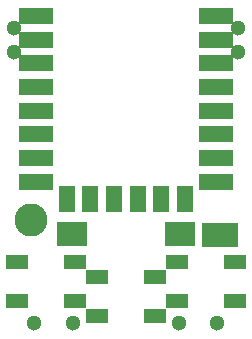
<source format=gts>
G04 #@! TF.FileFunction,Soldermask,Top*
%FSLAX46Y46*%
G04 Gerber Fmt 4.6, Leading zero omitted, Abs format (unit mm)*
G04 Created by KiCad (PCBNEW 4.0.7-e2-6376~58~ubuntu17.04.1) date Tue Dec 26 12:58:55 2017*
%MOMM*%
%LPD*%
G01*
G04 APERTURE LIST*
%ADD10C,0.100000*%
%ADD11R,1.900000X1.300000*%
%ADD12R,1.568400X2.000200*%
%ADD13R,2.580000X2.000000*%
%ADD14C,2.800000*%
%ADD15C,1.300000*%
%ADD16R,2.900000X1.400000*%
%ADD17R,1.400000X2.200000*%
G04 APERTURE END LIST*
D10*
D11*
X147050000Y-126850000D03*
X147050000Y-130150000D03*
X151950000Y-130150000D03*
X151950000Y-126850000D03*
D12*
X163488000Y-124500000D03*
X165012000Y-124500000D03*
D11*
X153800000Y-128100000D03*
X153800000Y-131400000D03*
X158700000Y-131400000D03*
X158700000Y-128100000D03*
X160550000Y-126850000D03*
X160550000Y-130150000D03*
X165450000Y-130150000D03*
X165450000Y-126850000D03*
D13*
X160850000Y-124450000D03*
X151650000Y-124450000D03*
D14*
X148250000Y-123250000D03*
D15*
X146750000Y-107000000D03*
X165750000Y-107000000D03*
X146750000Y-109000000D03*
X165750000Y-109000000D03*
X148500000Y-132000000D03*
X164000000Y-132000000D03*
X151750000Y-132000000D03*
X160750000Y-132000000D03*
D16*
X148650000Y-106000000D03*
X148650000Y-108000000D03*
X148650000Y-110000000D03*
X148650000Y-112000000D03*
X148650000Y-114000000D03*
X148650000Y-116000000D03*
X148650000Y-118000000D03*
X148650000Y-120000000D03*
D17*
X151250000Y-121500000D03*
X153250000Y-121500000D03*
X155250000Y-121500000D03*
X157250000Y-121500000D03*
X159250000Y-121500000D03*
X161250000Y-121500000D03*
D16*
X163850000Y-120000000D03*
X163850000Y-118000000D03*
X163850000Y-116000000D03*
X163850000Y-114000000D03*
X163850000Y-112000000D03*
X163850000Y-110000000D03*
X163850000Y-108000000D03*
X163850000Y-106000000D03*
M02*

</source>
